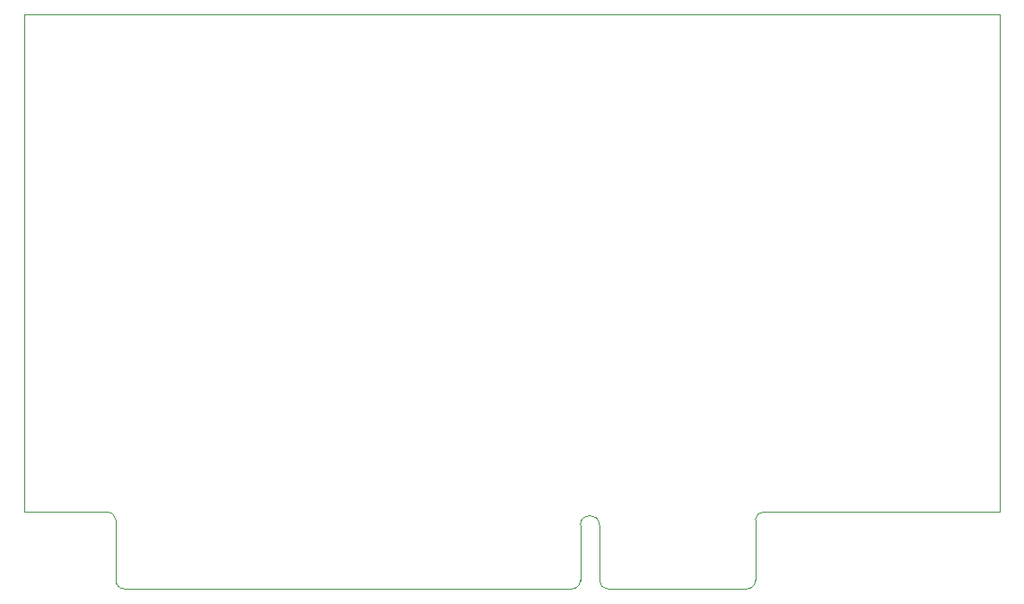
<source format=gbr>
%TF.GenerationSoftware,KiCad,Pcbnew,8.0.4*%
%TF.CreationDate,2024-08-28T15:47:27+02:00*%
%TF.ProjectId,sram,7372616d-2e6b-4696-9361-645f70636258,rev?*%
%TF.SameCoordinates,Original*%
%TF.FileFunction,Profile,NP*%
%FSLAX46Y46*%
G04 Gerber Fmt 4.6, Leading zero omitted, Abs format (unit mm)*
G04 Created by KiCad (PCBNEW 8.0.4) date 2024-08-28 15:47:27*
%MOMM*%
%LPD*%
G01*
G04 APERTURE LIST*
%TA.AperFunction,Profile*%
%ADD10C,0.050000*%
%TD*%
%TA.AperFunction,Profile*%
%ADD11C,0.120000*%
%TD*%
G04 APERTURE END LIST*
D10*
X139000000Y-57000000D02*
X231000000Y-57000000D01*
X212010000Y-103972396D02*
X231000000Y-104000000D01*
X139000000Y-104000000D02*
X139000000Y-57000000D01*
X231000000Y-57000000D02*
X231000000Y-104000000D01*
X143453288Y-103972396D02*
X139000000Y-104000000D01*
D11*
%TO.C,J1*%
X143453288Y-103972396D02*
X146802701Y-103973860D01*
X147564032Y-104733517D02*
X147600000Y-110435480D01*
X148410734Y-111272396D02*
X190617697Y-111272396D01*
X191410185Y-110476840D02*
X191410185Y-105232396D01*
X193215585Y-110462595D02*
X193215585Y-105232396D01*
X207129946Y-111272396D02*
X193999434Y-111272396D01*
X207935855Y-104753164D02*
X207933026Y-110447761D01*
X208735855Y-103972396D02*
X212010000Y-103972396D01*
X146802701Y-103973861D02*
G75*
G02*
X147564033Y-104733517I1587J-759743D01*
G01*
X148410734Y-111272396D02*
G75*
G02*
X147600000Y-110435480I-3145J808097D01*
G01*
X191410184Y-110476840D02*
G75*
G02*
X190617689Y-111276832I-791084J-8860D01*
G01*
X191414785Y-105232396D02*
G75*
G02*
X193215585Y-105232396I900400J0D01*
G01*
X193999434Y-111272396D02*
G75*
G02*
X193221493Y-110462602I31466J808796D01*
G01*
X207933026Y-110447761D02*
G75*
G02*
X207129965Y-111275758I-807826J-19939D01*
G01*
X207935855Y-104753164D02*
G75*
G02*
X208735854Y-103972455I790345J-9636D01*
G01*
%TD*%
M02*

</source>
